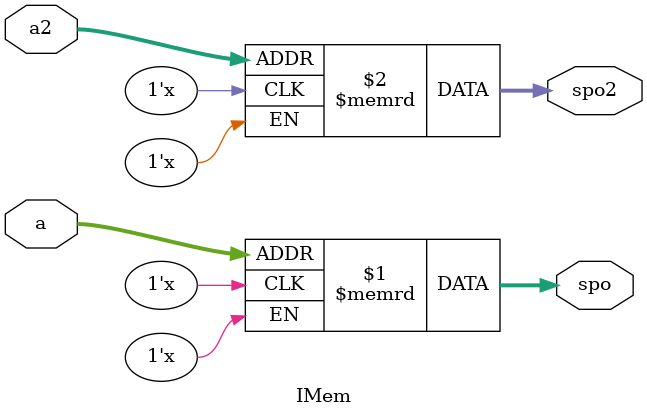
<source format=v>
module IMem (
    input  [11:0] a,
    output [31:0] spo,
    input  [11:0] a2,
    output [31:0] spo2
);
    reg [31:0] IMEM[0:4096];
    // initial begin
        // $readmemh("../riscvprogram/src/graphic/graphic.dat", IMEM);
    // end
    assign spo = IMEM[a];
    assign spo2 = IMEM[a2];
    // assign spo2 = 32'hFFCCEE22;

endmodule
</source>
